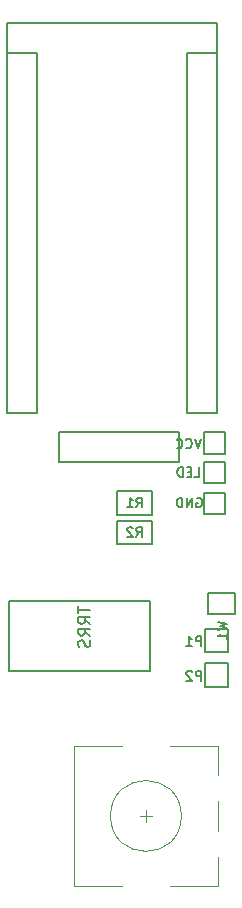
<source format=gbo>
G04 #@! TF.GenerationSoftware,KiCad,Pcbnew,(5.1.6)-1*
G04 #@! TF.CreationDate,2020-08-09T18:55:19-07:00*
G04 #@! TF.ProjectId,Alipt-Keyboard-Right,416c6970-742d-44b6-9579-626f6172642d,rev?*
G04 #@! TF.SameCoordinates,Original*
G04 #@! TF.FileFunction,Legend,Bot*
G04 #@! TF.FilePolarity,Positive*
%FSLAX46Y46*%
G04 Gerber Fmt 4.6, Leading zero omitted, Abs format (unit mm)*
G04 Created by KiCad (PCBNEW (5.1.6)-1) date 2020-08-09 18:55:19*
%MOMM*%
%LPD*%
G01*
G04 APERTURE LIST*
%ADD10C,0.150000*%
%ADD11C,0.120000*%
%ADD12C,0.152400*%
G04 APERTURE END LIST*
D10*
X66600501Y-83872501D02*
X68400501Y-83872501D01*
X68400501Y-83872501D02*
X68400501Y-85672501D01*
X68400501Y-85672501D02*
X66600501Y-85672501D01*
X66600501Y-85672501D02*
X66600501Y-83872501D01*
X66600501Y-81372501D02*
X68400501Y-81372501D01*
X68400501Y-81372501D02*
X68400501Y-83172501D01*
X68400501Y-83172501D02*
X66600501Y-83172501D01*
X66600501Y-83172501D02*
X66600501Y-81372501D01*
X66600501Y-86472501D02*
X68400501Y-86472501D01*
X68400501Y-86472501D02*
X68400501Y-88272501D01*
X68400501Y-88272501D02*
X66600501Y-88272501D01*
X66600501Y-88272501D02*
X66600501Y-86472501D01*
X62270641Y-88851742D02*
X62270641Y-90853262D01*
X62270641Y-90853262D02*
X59268361Y-90853262D01*
X59268361Y-90853262D02*
X59268361Y-88851742D01*
X59268361Y-88851742D02*
X62270641Y-88851742D01*
X62269504Y-86353757D02*
X62269504Y-88353757D01*
X59269504Y-86353757D02*
X62269504Y-86353757D01*
X59269504Y-88353757D02*
X59269504Y-86353757D01*
X62269504Y-88353757D02*
X59269504Y-88353757D01*
X64545910Y-83883501D02*
X54385910Y-83883501D01*
X54385910Y-83883501D02*
X54385910Y-81343501D01*
X54385910Y-81343501D02*
X64545910Y-81343501D01*
X64545910Y-81343501D02*
X64545910Y-83883501D01*
X62101500Y-95615500D02*
X50101500Y-95615500D01*
X62101500Y-101615500D02*
X62101500Y-95615500D01*
X50101500Y-101615500D02*
X62101500Y-101615500D01*
X50101500Y-95615500D02*
X50101500Y-101615500D01*
X68691003Y-100917500D02*
X68691003Y-102917500D01*
X68691003Y-102917500D02*
X66691003Y-102917500D01*
X66691003Y-102917500D02*
X66691003Y-100917500D01*
X66691003Y-100917500D02*
X68691003Y-100917500D01*
X66691001Y-97996492D02*
X68691001Y-97996492D01*
X66691001Y-99996492D02*
X66691001Y-97996492D01*
X68691001Y-99996492D02*
X66691001Y-99996492D01*
X68691001Y-97996492D02*
X68691001Y-99996492D01*
X69278502Y-96774001D02*
X69278502Y-94996001D01*
X66992502Y-96774001D02*
X69278502Y-96774001D01*
X66992502Y-94996001D02*
X66992502Y-96774001D01*
X69278502Y-94996001D02*
X66992502Y-94996001D01*
X52466503Y-79707250D02*
X49926503Y-79707250D01*
X65166503Y-49227250D02*
X67706503Y-49227250D01*
X67706503Y-49227250D02*
X67706503Y-79707250D01*
X67706503Y-46687250D02*
X67706503Y-79707250D01*
X49926503Y-46687250D02*
X67706503Y-46687250D01*
X67706503Y-79707250D02*
X65166503Y-79707250D01*
X49926503Y-49227250D02*
X52466503Y-49227250D01*
X49926503Y-79707250D02*
X49926503Y-46687250D01*
X52466503Y-49227250D02*
X52466503Y-79707250D01*
X65166503Y-79707250D02*
X65166503Y-49227250D01*
X49926503Y-79707250D02*
X49926503Y-49227250D01*
D11*
X61221999Y-113855499D02*
X62221999Y-113855499D01*
X61721999Y-114355499D02*
X61721999Y-113355499D01*
X67821999Y-110355499D02*
X67821999Y-107955499D01*
X67821999Y-115155499D02*
X67821999Y-112555499D01*
X67821999Y-119755499D02*
X67821999Y-117355499D01*
X55621999Y-119755499D02*
X55621999Y-107955499D01*
X59721999Y-119755499D02*
X55621999Y-119755499D01*
X59721999Y-107955499D02*
X55621999Y-107955499D01*
X67821999Y-107955499D02*
X63721999Y-107955499D01*
X63721999Y-119755499D02*
X67821999Y-119755499D01*
X64721999Y-113855499D02*
G75*
G03*
X64721999Y-113855499I-3000000J0D01*
G01*
D10*
X66367167Y-81934405D02*
X66100501Y-82734405D01*
X65833834Y-81934405D01*
X65110024Y-82658215D02*
X65148120Y-82696310D01*
X65262405Y-82734405D01*
X65338596Y-82734405D01*
X65452881Y-82696310D01*
X65529072Y-82620120D01*
X65567167Y-82543929D01*
X65605262Y-82391548D01*
X65605262Y-82277262D01*
X65567167Y-82124881D01*
X65529072Y-82048691D01*
X65452881Y-81972501D01*
X65338596Y-81934405D01*
X65262405Y-81934405D01*
X65148120Y-81972501D01*
X65110024Y-82010596D01*
X64310024Y-82658215D02*
X64348120Y-82696310D01*
X64462405Y-82734405D01*
X64538596Y-82734405D01*
X64652881Y-82696310D01*
X64729072Y-82620120D01*
X64767167Y-82543929D01*
X64805262Y-82391548D01*
X64805262Y-82277262D01*
X64767167Y-82124881D01*
X64729072Y-82048691D01*
X64652881Y-81972501D01*
X64538596Y-81934405D01*
X64462405Y-81934405D01*
X64348120Y-81972501D01*
X64310024Y-82010596D01*
X65814786Y-85134405D02*
X66195739Y-85134405D01*
X66195739Y-84334405D01*
X65548120Y-84715358D02*
X65281453Y-84715358D01*
X65167167Y-85134405D02*
X65548120Y-85134405D01*
X65548120Y-84334405D01*
X65167167Y-84334405D01*
X64824310Y-85134405D02*
X64824310Y-84334405D01*
X64633834Y-84334405D01*
X64519548Y-84372501D01*
X64443358Y-84448691D01*
X64405262Y-84524881D01*
X64367167Y-84677262D01*
X64367167Y-84791548D01*
X64405262Y-84943929D01*
X64443358Y-85020120D01*
X64519548Y-85096310D01*
X64633834Y-85134405D01*
X64824310Y-85134405D01*
X66010024Y-86972501D02*
X66086215Y-86934405D01*
X66200501Y-86934405D01*
X66314786Y-86972501D01*
X66390977Y-87048691D01*
X66429072Y-87124881D01*
X66467167Y-87277262D01*
X66467167Y-87391548D01*
X66429072Y-87543929D01*
X66390977Y-87620120D01*
X66314786Y-87696310D01*
X66200501Y-87734405D01*
X66124310Y-87734405D01*
X66010024Y-87696310D01*
X65971929Y-87658215D01*
X65971929Y-87391548D01*
X66124310Y-87391548D01*
X65629072Y-87734405D02*
X65629072Y-86934405D01*
X65171929Y-87734405D01*
X65171929Y-86934405D01*
X64790977Y-87734405D02*
X64790977Y-86934405D01*
X64600501Y-86934405D01*
X64486215Y-86972501D01*
X64410024Y-87048691D01*
X64371929Y-87124881D01*
X64333834Y-87277262D01*
X64333834Y-87391548D01*
X64371929Y-87543929D01*
X64410024Y-87620120D01*
X64486215Y-87696310D01*
X64600501Y-87734405D01*
X64790977Y-87734405D01*
X60902834Y-90214406D02*
X61169501Y-89833454D01*
X61359977Y-90214406D02*
X61359977Y-89414406D01*
X61055215Y-89414406D01*
X60979024Y-89452502D01*
X60940929Y-89490597D01*
X60902834Y-89566787D01*
X60902834Y-89681073D01*
X60940929Y-89757263D01*
X60979024Y-89795359D01*
X61055215Y-89833454D01*
X61359977Y-89833454D01*
X60598072Y-89490597D02*
X60559977Y-89452502D01*
X60483786Y-89414406D01*
X60293310Y-89414406D01*
X60217120Y-89452502D01*
X60179024Y-89490597D01*
X60140929Y-89566787D01*
X60140929Y-89642978D01*
X60179024Y-89757263D01*
X60636167Y-90214406D01*
X60140929Y-90214406D01*
X60902837Y-87715661D02*
X61169504Y-87334709D01*
X61359980Y-87715661D02*
X61359980Y-86915661D01*
X61055218Y-86915661D01*
X60979027Y-86953757D01*
X60940932Y-86991852D01*
X60902837Y-87068042D01*
X60902837Y-87182328D01*
X60940932Y-87258518D01*
X60979027Y-87296614D01*
X61055218Y-87334709D01*
X61359980Y-87334709D01*
X60140932Y-87715661D02*
X60598075Y-87715661D01*
X60369504Y-87715661D02*
X60369504Y-86915661D01*
X60445694Y-87029947D01*
X60521884Y-87106137D01*
X60598075Y-87144233D01*
X56003880Y-96103595D02*
X56003880Y-96675023D01*
X57003880Y-96389309D02*
X56003880Y-96389309D01*
X57003880Y-97579785D02*
X56527690Y-97246452D01*
X57003880Y-97008357D02*
X56003880Y-97008357D01*
X56003880Y-97389309D01*
X56051500Y-97484547D01*
X56099119Y-97532166D01*
X56194357Y-97579785D01*
X56337214Y-97579785D01*
X56432452Y-97532166D01*
X56480071Y-97484547D01*
X56527690Y-97389309D01*
X56527690Y-97008357D01*
X57003880Y-98579785D02*
X56527690Y-98246452D01*
X57003880Y-98008357D02*
X56003880Y-98008357D01*
X56003880Y-98389309D01*
X56051500Y-98484547D01*
X56099119Y-98532166D01*
X56194357Y-98579785D01*
X56337214Y-98579785D01*
X56432452Y-98532166D01*
X56480071Y-98484547D01*
X56527690Y-98389309D01*
X56527690Y-98008357D01*
X56956261Y-98960738D02*
X57003880Y-99103595D01*
X57003880Y-99341690D01*
X56956261Y-99436928D01*
X56908642Y-99484547D01*
X56813404Y-99532166D01*
X56718166Y-99532166D01*
X56622928Y-99484547D01*
X56575309Y-99436928D01*
X56527690Y-99341690D01*
X56480071Y-99151214D01*
X56432452Y-99055976D01*
X56384833Y-99008357D01*
X56289595Y-98960738D01*
X56194357Y-98960738D01*
X56099119Y-99008357D01*
X56051500Y-99055976D01*
X56003880Y-99151214D01*
X56003880Y-99389309D01*
X56051500Y-99532166D01*
X66390926Y-102385195D02*
X66390926Y-101572395D01*
X66081288Y-101572395D01*
X66003879Y-101611100D01*
X65965174Y-101649804D01*
X65926469Y-101727214D01*
X65926469Y-101843328D01*
X65965174Y-101920738D01*
X66003879Y-101959442D01*
X66081288Y-101998147D01*
X66390926Y-101998147D01*
X65616831Y-101649804D02*
X65578126Y-101611100D01*
X65500717Y-101572395D01*
X65307193Y-101572395D01*
X65229783Y-101611100D01*
X65191079Y-101649804D01*
X65152374Y-101727214D01*
X65152374Y-101804623D01*
X65191079Y-101920738D01*
X65655536Y-102385195D01*
X65152374Y-102385195D01*
X66390924Y-99464187D02*
X66390924Y-98651387D01*
X66081286Y-98651387D01*
X66003877Y-98690092D01*
X65965172Y-98728796D01*
X65926467Y-98806206D01*
X65926467Y-98922320D01*
X65965172Y-98999730D01*
X66003877Y-99038434D01*
X66081286Y-99077139D01*
X66390924Y-99077139D01*
X65152372Y-99464187D02*
X65616829Y-99464187D01*
X65384601Y-99464187D02*
X65384601Y-98651387D01*
X65462010Y-98767501D01*
X65539420Y-98844911D01*
X65616829Y-98883615D01*
D12*
X67790397Y-97449610D02*
X68603197Y-97643134D01*
X68022625Y-97797953D01*
X68603197Y-97952772D01*
X67790397Y-98146296D01*
X68603197Y-98881686D02*
X68603197Y-98417229D01*
X68603197Y-98649458D02*
X67790397Y-98649458D01*
X67906511Y-98572048D01*
X67983921Y-98494639D01*
X68022625Y-98417229D01*
M02*

</source>
